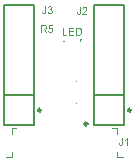
<source format=gto>
G04*
G04 #@! TF.GenerationSoftware,Altium Limited,Altium Designer,18.0.12 (696)*
G04*
G04 Layer_Color=65535*
%FSLAX25Y25*%
%MOIN*%
G70*
G01*
G75*
%ADD10C,0.00984*%
%ADD11C,0.00394*%
%ADD12C,0.00787*%
G36*
X29293Y49352D02*
X29611Y49044D01*
X29475D01*
X29100Y49418D01*
Y49044D01*
X29000D01*
Y49800D01*
X29100D01*
Y49538D01*
X29223Y49419D01*
X29492Y49800D01*
X29625D01*
X29293Y49352D01*
D02*
G37*
G36*
X24105Y49000D02*
X23992D01*
X23905Y49229D01*
X23587D01*
X23506Y49000D01*
X23400D01*
X23689Y49755D01*
X23798D01*
X24105Y49000D01*
D02*
G37*
G36*
X20025Y54223D02*
X19003D01*
X18863Y53533D01*
X18867Y53537D01*
X18874Y53540D01*
X18886Y53548D01*
X18902Y53560D01*
X18925Y53572D01*
X18948Y53583D01*
X19011Y53615D01*
X19081Y53646D01*
X19163Y53669D01*
X19253Y53689D01*
X19346Y53697D01*
X19377D01*
X19401Y53693D01*
X19432Y53689D01*
X19463Y53685D01*
X19502Y53677D01*
X19541Y53669D01*
X19631Y53638D01*
X19678Y53622D01*
X19725Y53599D01*
X19775Y53572D01*
X19822Y53540D01*
X19869Y53505D01*
X19912Y53462D01*
X19916Y53459D01*
X19923Y53451D01*
X19935Y53439D01*
X19947Y53420D01*
X19966Y53396D01*
X19986Y53369D01*
X20005Y53338D01*
X20029Y53303D01*
X20052Y53260D01*
X20072Y53217D01*
X20091Y53166D01*
X20111Y53115D01*
X20122Y53057D01*
X20134Y52998D01*
X20142Y52932D01*
X20146Y52866D01*
Y52862D01*
Y52850D01*
Y52831D01*
X20142Y52807D01*
X20138Y52776D01*
X20134Y52741D01*
X20130Y52702D01*
X20122Y52659D01*
X20095Y52565D01*
X20060Y52468D01*
X20037Y52413D01*
X20009Y52363D01*
X19978Y52312D01*
X19943Y52265D01*
X19939Y52261D01*
X19931Y52254D01*
X19916Y52238D01*
X19896Y52218D01*
X19873Y52195D01*
X19841Y52168D01*
X19806Y52140D01*
X19763Y52113D01*
X19721Y52082D01*
X19670Y52055D01*
X19611Y52027D01*
X19553Y52004D01*
X19487Y51984D01*
X19420Y51969D01*
X19346Y51961D01*
X19268Y51957D01*
X19233D01*
X19210Y51961D01*
X19182Y51965D01*
X19147Y51969D01*
X19108Y51973D01*
X19065Y51981D01*
X18976Y52004D01*
X18882Y52039D01*
X18835Y52062D01*
X18789Y52090D01*
X18742Y52117D01*
X18699Y52152D01*
X18695Y52156D01*
X18691Y52160D01*
X18679Y52172D01*
X18664Y52187D01*
X18648Y52207D01*
X18629Y52230D01*
X18609Y52257D01*
X18586Y52289D01*
X18543Y52363D01*
X18500Y52452D01*
X18469Y52554D01*
X18457Y52612D01*
X18449Y52671D01*
X18781Y52694D01*
Y52690D01*
Y52683D01*
X18785Y52671D01*
X18789Y52655D01*
X18800Y52612D01*
X18816Y52558D01*
X18835Y52499D01*
X18867Y52441D01*
X18902Y52382D01*
X18948Y52332D01*
X18956Y52328D01*
X18972Y52312D01*
X18999Y52296D01*
X19038Y52273D01*
X19085Y52254D01*
X19139Y52234D01*
X19202Y52218D01*
X19268Y52214D01*
X19292D01*
X19307Y52218D01*
X19350Y52222D01*
X19405Y52234D01*
X19463Y52257D01*
X19530Y52285D01*
X19592Y52328D01*
X19623Y52351D01*
X19654Y52382D01*
Y52386D01*
X19662Y52390D01*
X19678Y52413D01*
X19705Y52452D01*
X19732Y52503D01*
X19760Y52569D01*
X19787Y52647D01*
X19803Y52737D01*
X19810Y52838D01*
Y52842D01*
Y52850D01*
Y52866D01*
X19806Y52881D01*
Y52905D01*
X19803Y52932D01*
X19791Y52995D01*
X19775Y53061D01*
X19748Y53131D01*
X19709Y53201D01*
X19658Y53264D01*
X19650Y53271D01*
X19631Y53287D01*
X19600Y53314D01*
X19553Y53342D01*
X19498Y53369D01*
X19428Y53396D01*
X19350Y53412D01*
X19264Y53420D01*
X19237D01*
X19210Y53416D01*
X19171Y53412D01*
X19128Y53400D01*
X19081Y53388D01*
X19034Y53369D01*
X18987Y53346D01*
X18983Y53342D01*
X18968Y53334D01*
X18945Y53318D01*
X18917Y53299D01*
X18890Y53271D01*
X18859Y53240D01*
X18827Y53205D01*
X18800Y53166D01*
X18504Y53209D01*
X18753Y54523D01*
X20025D01*
Y54223D01*
D02*
G37*
G36*
X17221Y54558D02*
X17252D01*
X17330Y54554D01*
X17412Y54547D01*
X17498Y54531D01*
X17580Y54515D01*
X17618Y54504D01*
X17654Y54492D01*
X17658D01*
X17661Y54488D01*
X17685Y54480D01*
X17716Y54461D01*
X17755Y54434D01*
X17802Y54402D01*
X17849Y54360D01*
X17895Y54309D01*
X17938Y54246D01*
X17942Y54239D01*
X17954Y54215D01*
X17973Y54180D01*
X17993Y54133D01*
X18012Y54075D01*
X18032Y54009D01*
X18044Y53938D01*
X18047Y53860D01*
Y53856D01*
Y53849D01*
Y53833D01*
X18044Y53813D01*
Y53790D01*
X18040Y53763D01*
X18024Y53700D01*
X18005Y53626D01*
X17973Y53552D01*
X17927Y53474D01*
X17899Y53435D01*
X17868Y53400D01*
X17860Y53392D01*
X17849Y53385D01*
X17837Y53369D01*
X17817Y53357D01*
X17794Y53338D01*
X17767Y53322D01*
X17736Y53303D01*
X17700Y53283D01*
X17658Y53264D01*
X17615Y53244D01*
X17564Y53225D01*
X17513Y53205D01*
X17455Y53189D01*
X17392Y53178D01*
X17326Y53166D01*
X17334Y53162D01*
X17349Y53154D01*
X17373Y53143D01*
X17400Y53127D01*
X17466Y53084D01*
X17502Y53061D01*
X17529Y53037D01*
X17537Y53030D01*
X17556Y53014D01*
X17583Y52983D01*
X17618Y52944D01*
X17661Y52893D01*
X17708Y52835D01*
X17759Y52768D01*
X17810Y52694D01*
X18254Y52000D01*
X17829D01*
X17490Y52530D01*
Y52534D01*
X17482Y52542D01*
X17474Y52554D01*
X17466Y52569D01*
X17439Y52608D01*
X17404Y52659D01*
X17365Y52718D01*
X17322Y52776D01*
X17283Y52831D01*
X17244Y52881D01*
X17240Y52885D01*
X17229Y52901D01*
X17209Y52924D01*
X17189Y52952D01*
X17131Y53006D01*
X17104Y53034D01*
X17073Y53053D01*
X17069Y53057D01*
X17061Y53061D01*
X17045Y53069D01*
X17026Y53080D01*
X16979Y53104D01*
X16920Y53123D01*
X16917D01*
X16909Y53127D01*
X16893D01*
X16874Y53131D01*
X16846Y53135D01*
X16815D01*
X16776Y53139D01*
X16339D01*
Y52000D01*
X16000D01*
Y54562D01*
X17189D01*
X17221Y54558D01*
D02*
G37*
G36*
X19125Y60870D02*
X19176Y60862D01*
X19234Y60851D01*
X19301Y60835D01*
X19367Y60812D01*
X19433Y60780D01*
X19437D01*
X19441Y60777D01*
X19465Y60765D01*
X19496Y60745D01*
X19535Y60718D01*
X19578Y60683D01*
X19624Y60640D01*
X19667Y60589D01*
X19706Y60535D01*
X19710Y60527D01*
X19722Y60507D01*
X19738Y60476D01*
X19753Y60437D01*
X19769Y60387D01*
X19784Y60332D01*
X19796Y60273D01*
X19800Y60207D01*
Y60199D01*
Y60180D01*
X19796Y60149D01*
X19788Y60110D01*
X19777Y60063D01*
X19761Y60012D01*
X19741Y59957D01*
X19710Y59907D01*
X19706Y59899D01*
X19695Y59883D01*
X19671Y59860D01*
X19644Y59829D01*
X19605Y59794D01*
X19562Y59759D01*
X19508Y59720D01*
X19445Y59688D01*
X19449D01*
X19457Y59684D01*
X19468D01*
X19484Y59677D01*
X19523Y59665D01*
X19574Y59642D01*
X19628Y59614D01*
X19687Y59575D01*
X19745Y59528D01*
X19796Y59470D01*
X19800Y59462D01*
X19816Y59439D01*
X19835Y59404D01*
X19862Y59357D01*
X19886Y59298D01*
X19905Y59228D01*
X19921Y59146D01*
X19925Y59057D01*
Y59053D01*
Y59041D01*
Y59025D01*
X19921Y59002D01*
X19917Y58971D01*
X19913Y58940D01*
X19905Y58901D01*
X19894Y58862D01*
X19866Y58772D01*
X19847Y58721D01*
X19819Y58674D01*
X19792Y58628D01*
X19761Y58581D01*
X19722Y58534D01*
X19679Y58487D01*
X19675Y58483D01*
X19667Y58476D01*
X19656Y58468D01*
X19636Y58452D01*
X19613Y58433D01*
X19582Y58413D01*
X19546Y58394D01*
X19511Y58374D01*
X19468Y58351D01*
X19422Y58331D01*
X19371Y58312D01*
X19316Y58292D01*
X19258Y58277D01*
X19196Y58269D01*
X19129Y58261D01*
X19063Y58257D01*
X19032D01*
X19008Y58261D01*
X18977Y58265D01*
X18946Y58269D01*
X18907Y58273D01*
X18868Y58280D01*
X18778Y58304D01*
X18685Y58343D01*
X18638Y58362D01*
X18595Y58390D01*
X18548Y58421D01*
X18505Y58456D01*
X18501Y58460D01*
X18497Y58464D01*
X18486Y58476D01*
X18470Y58491D01*
X18454Y58514D01*
X18435Y58538D01*
X18412Y58565D01*
X18392Y58596D01*
X18345Y58674D01*
X18306Y58764D01*
X18271Y58865D01*
X18259Y58920D01*
X18252Y58979D01*
X18568Y59022D01*
Y59018D01*
X18572Y59010D01*
Y58994D01*
X18579Y58979D01*
X18591Y58932D01*
X18610Y58873D01*
X18634Y58811D01*
X18665Y58745D01*
X18704Y58686D01*
X18747Y58635D01*
X18755Y58631D01*
X18770Y58616D01*
X18798Y58600D01*
X18837Y58577D01*
X18880Y58557D01*
X18934Y58538D01*
X18997Y58522D01*
X19063Y58518D01*
X19086D01*
X19102Y58522D01*
X19141Y58526D01*
X19192Y58538D01*
X19254Y58557D01*
X19316Y58581D01*
X19379Y58620D01*
X19437Y58671D01*
X19445Y58678D01*
X19461Y58698D01*
X19484Y58729D01*
X19515Y58776D01*
X19543Y58830D01*
X19566Y58897D01*
X19582Y58971D01*
X19589Y59053D01*
Y59057D01*
Y59061D01*
Y59072D01*
X19586Y59088D01*
X19582Y59127D01*
X19570Y59178D01*
X19554Y59232D01*
X19527Y59294D01*
X19492Y59353D01*
X19445Y59408D01*
X19437Y59415D01*
X19422Y59431D01*
X19390Y59451D01*
X19348Y59478D01*
X19297Y59505D01*
X19234Y59525D01*
X19168Y59540D01*
X19090Y59548D01*
X19055D01*
X19028Y59544D01*
X18997Y59540D01*
X18958Y59536D01*
X18915Y59528D01*
X18868Y59517D01*
X18903Y59794D01*
X18923D01*
X18938Y59790D01*
X18989D01*
X19024Y59794D01*
X19075Y59802D01*
X19129Y59813D01*
X19188Y59833D01*
X19250Y59856D01*
X19312Y59891D01*
X19320Y59895D01*
X19340Y59911D01*
X19363Y59938D01*
X19394Y59973D01*
X19426Y60016D01*
X19449Y60071D01*
X19468Y60137D01*
X19476Y60215D01*
Y60219D01*
Y60223D01*
Y60242D01*
X19468Y60273D01*
X19461Y60316D01*
X19449Y60359D01*
X19426Y60406D01*
X19398Y60457D01*
X19359Y60500D01*
X19355Y60504D01*
X19340Y60519D01*
X19312Y60539D01*
X19277Y60558D01*
X19234Y60581D01*
X19184Y60597D01*
X19125Y60613D01*
X19059Y60617D01*
X19028D01*
X18993Y60609D01*
X18954Y60601D01*
X18903Y60589D01*
X18852Y60566D01*
X18802Y60539D01*
X18751Y60500D01*
X18747Y60496D01*
X18731Y60480D01*
X18712Y60453D01*
X18688Y60414D01*
X18661Y60367D01*
X18638Y60308D01*
X18614Y60238D01*
X18599Y60156D01*
X18283Y60211D01*
Y60215D01*
X18287Y60227D01*
X18291Y60242D01*
X18295Y60262D01*
X18302Y60289D01*
X18310Y60320D01*
X18338Y60390D01*
X18369Y60468D01*
X18416Y60550D01*
X18470Y60628D01*
X18540Y60698D01*
X18544Y60702D01*
X18548Y60706D01*
X18560Y60714D01*
X18579Y60726D01*
X18599Y60738D01*
X18622Y60753D01*
X18681Y60788D01*
X18755Y60819D01*
X18845Y60847D01*
X18942Y60866D01*
X18997Y60874D01*
X19086D01*
X19125Y60870D01*
D02*
G37*
G36*
X17823Y59115D02*
Y59111D01*
Y59100D01*
Y59084D01*
Y59061D01*
X17819Y59033D01*
Y59002D01*
X17815Y58932D01*
X17803Y58850D01*
X17792Y58768D01*
X17772Y58686D01*
X17745Y58616D01*
X17741Y58608D01*
X17729Y58589D01*
X17710Y58557D01*
X17686Y58518D01*
X17651Y58472D01*
X17608Y58429D01*
X17554Y58386D01*
X17495Y58347D01*
X17487Y58343D01*
X17464Y58331D01*
X17429Y58319D01*
X17382Y58304D01*
X17323Y58284D01*
X17257Y58273D01*
X17179Y58261D01*
X17097Y58257D01*
X17066D01*
X17043Y58261D01*
X17015Y58265D01*
X16980Y58269D01*
X16906Y58280D01*
X16824Y58304D01*
X16738Y58339D01*
X16696Y58359D01*
X16657Y58386D01*
X16618Y58413D01*
X16582Y58448D01*
Y58452D01*
X16575Y58456D01*
X16567Y58468D01*
X16555Y58483D01*
X16540Y58507D01*
X16528Y58530D01*
X16508Y58561D01*
X16493Y58592D01*
X16477Y58631D01*
X16462Y58674D01*
X16446Y58721D01*
X16434Y58776D01*
X16423Y58830D01*
X16415Y58893D01*
X16411Y58955D01*
Y59025D01*
X16715Y59068D01*
Y59064D01*
Y59057D01*
Y59041D01*
X16719Y59022D01*
Y58998D01*
X16723Y58971D01*
X16735Y58908D01*
X16746Y58838D01*
X16766Y58772D01*
X16793Y58713D01*
X16809Y58686D01*
X16824Y58663D01*
X16828Y58659D01*
X16844Y58647D01*
X16863Y58628D01*
X16894Y58612D01*
X16933Y58592D01*
X16980Y58573D01*
X17035Y58561D01*
X17097Y58557D01*
X17121D01*
X17144Y58561D01*
X17171Y58565D01*
X17207Y58573D01*
X17245Y58581D01*
X17281Y58596D01*
X17316Y58616D01*
X17320Y58620D01*
X17331Y58628D01*
X17347Y58639D01*
X17366Y58659D01*
X17390Y58678D01*
X17409Y58706D01*
X17429Y58737D01*
X17444Y58772D01*
Y58776D01*
X17452Y58791D01*
X17456Y58815D01*
X17464Y58850D01*
X17472Y58897D01*
X17476Y58951D01*
X17483Y59018D01*
Y59096D01*
Y60862D01*
X17823D01*
Y59115D01*
D02*
G37*
G36*
X29420Y58915D02*
Y58911D01*
Y58899D01*
Y58884D01*
Y58860D01*
X29416Y58833D01*
Y58802D01*
X29412Y58732D01*
X29400Y58650D01*
X29388Y58568D01*
X29369Y58486D01*
X29342Y58416D01*
X29338Y58408D01*
X29326Y58389D01*
X29307Y58357D01*
X29283Y58318D01*
X29248Y58272D01*
X29205Y58229D01*
X29151Y58186D01*
X29092Y58147D01*
X29084Y58143D01*
X29061Y58131D01*
X29026Y58119D01*
X28979Y58104D01*
X28920Y58084D01*
X28854Y58073D01*
X28776Y58061D01*
X28694Y58057D01*
X28663D01*
X28640Y58061D01*
X28612Y58065D01*
X28577Y58069D01*
X28503Y58081D01*
X28421Y58104D01*
X28335Y58139D01*
X28293Y58158D01*
X28253Y58186D01*
X28214Y58213D01*
X28179Y58248D01*
Y58252D01*
X28172Y58256D01*
X28164Y58268D01*
X28152Y58283D01*
X28137Y58307D01*
X28125Y58330D01*
X28105Y58361D01*
X28090Y58393D01*
X28074Y58432D01*
X28058Y58474D01*
X28043Y58521D01*
X28031Y58576D01*
X28019Y58630D01*
X28012Y58693D01*
X28008Y58755D01*
Y58825D01*
X28312Y58868D01*
Y58864D01*
Y58857D01*
Y58841D01*
X28316Y58821D01*
Y58798D01*
X28320Y58771D01*
X28332Y58708D01*
X28343Y58638D01*
X28363Y58572D01*
X28390Y58513D01*
X28406Y58486D01*
X28421Y58463D01*
X28425Y58459D01*
X28441Y58447D01*
X28460Y58428D01*
X28491Y58412D01*
X28530Y58393D01*
X28577Y58373D01*
X28632Y58361D01*
X28694Y58357D01*
X28718D01*
X28741Y58361D01*
X28768Y58365D01*
X28803Y58373D01*
X28842Y58381D01*
X28877Y58396D01*
X28913Y58416D01*
X28916Y58420D01*
X28928Y58428D01*
X28944Y58439D01*
X28963Y58459D01*
X28987Y58478D01*
X29006Y58506D01*
X29026Y58537D01*
X29041Y58572D01*
Y58576D01*
X29049Y58591D01*
X29053Y58615D01*
X29061Y58650D01*
X29069Y58697D01*
X29072Y58751D01*
X29080Y58818D01*
Y58896D01*
Y60662D01*
X29420D01*
Y58915D01*
D02*
G37*
G36*
X30753Y60670D02*
X30785Y60666D01*
X30820Y60662D01*
X30859Y60658D01*
X30902Y60647D01*
X30995Y60623D01*
X31093Y60588D01*
X31143Y60565D01*
X31190Y60537D01*
X31233Y60502D01*
X31276Y60467D01*
X31280Y60463D01*
X31284Y60460D01*
X31295Y60448D01*
X31311Y60432D01*
X31327Y60409D01*
X31346Y60385D01*
X31385Y60327D01*
X31424Y60253D01*
X31459Y60167D01*
X31487Y60070D01*
X31490Y60015D01*
X31494Y59960D01*
Y59952D01*
Y59933D01*
X31490Y59902D01*
X31487Y59863D01*
X31479Y59816D01*
X31467Y59765D01*
X31451Y59711D01*
X31428Y59656D01*
X31424Y59648D01*
X31416Y59629D01*
X31401Y59601D01*
X31377Y59562D01*
X31350Y59516D01*
X31315Y59461D01*
X31268Y59407D01*
X31218Y59344D01*
X31210Y59336D01*
X31190Y59313D01*
X31155Y59278D01*
X31132Y59254D01*
X31104Y59227D01*
X31073Y59196D01*
X31034Y59161D01*
X30995Y59126D01*
X30952Y59083D01*
X30906Y59040D01*
X30851Y58993D01*
X30796Y58946D01*
X30734Y58892D01*
X30730Y58888D01*
X30722Y58880D01*
X30707Y58868D01*
X30687Y58853D01*
X30640Y58814D01*
X30582Y58763D01*
X30523Y58708D01*
X30461Y58654D01*
X30410Y58607D01*
X30391Y58587D01*
X30371Y58568D01*
X30367Y58564D01*
X30360Y58552D01*
X30344Y58537D01*
X30324Y58513D01*
X30281Y58463D01*
X30239Y58400D01*
X31498D01*
Y58100D01*
X29802D01*
Y58104D01*
Y58119D01*
Y58143D01*
X29806Y58170D01*
X29810Y58201D01*
X29814Y58236D01*
X29825Y58276D01*
X29837Y58315D01*
Y58318D01*
X29841Y58322D01*
X29849Y58346D01*
X29864Y58377D01*
X29888Y58424D01*
X29915Y58474D01*
X29954Y58533D01*
X29993Y58591D01*
X30044Y58654D01*
Y58658D01*
X30051Y58662D01*
X30071Y58685D01*
X30102Y58720D01*
X30149Y58767D01*
X30207Y58821D01*
X30278Y58888D01*
X30363Y58962D01*
X30457Y59044D01*
X30461Y59048D01*
X30476Y59059D01*
X30496Y59075D01*
X30523Y59102D01*
X30558Y59130D01*
X30597Y59165D01*
X30683Y59239D01*
X30777Y59329D01*
X30870Y59418D01*
X30917Y59461D01*
X30956Y59504D01*
X30991Y59547D01*
X31023Y59586D01*
Y59590D01*
X31030Y59594D01*
X31038Y59605D01*
X31046Y59621D01*
X31069Y59660D01*
X31097Y59711D01*
X31124Y59769D01*
X31147Y59832D01*
X31163Y59902D01*
X31171Y59968D01*
Y59972D01*
Y59976D01*
X31167Y59999D01*
X31163Y60034D01*
X31155Y60077D01*
X31136Y60128D01*
X31112Y60179D01*
X31081Y60233D01*
X31034Y60284D01*
X31026Y60288D01*
X31011Y60303D01*
X30980Y60323D01*
X30941Y60350D01*
X30890Y60374D01*
X30831Y60393D01*
X30761Y60409D01*
X30683Y60413D01*
X30660D01*
X30644Y60409D01*
X30605Y60405D01*
X30555Y60397D01*
X30496Y60378D01*
X30434Y60354D01*
X30375Y60319D01*
X30321Y60272D01*
X30317Y60264D01*
X30301Y60249D01*
X30278Y60218D01*
X30254Y60175D01*
X30227Y60120D01*
X30207Y60058D01*
X30192Y59984D01*
X30184Y59898D01*
X29860Y59933D01*
Y59937D01*
Y59949D01*
X29864Y59968D01*
X29868Y59992D01*
X29876Y60023D01*
X29880Y60058D01*
X29903Y60136D01*
X29934Y60225D01*
X29977Y60315D01*
X30036Y60405D01*
X30067Y60444D01*
X30106Y60483D01*
X30110Y60487D01*
X30118Y60491D01*
X30129Y60502D01*
X30145Y60514D01*
X30168Y60526D01*
X30196Y60545D01*
X30227Y60561D01*
X30262Y60580D01*
X30301Y60596D01*
X30344Y60615D01*
X30395Y60631D01*
X30445Y60643D01*
X30562Y60666D01*
X30625Y60670D01*
X30691Y60674D01*
X30726D01*
X30753Y60670D01*
D02*
G37*
G36*
X43420Y15215D02*
Y15211D01*
Y15200D01*
Y15184D01*
Y15160D01*
X43416Y15133D01*
Y15102D01*
X43412Y15032D01*
X43400Y14950D01*
X43388Y14868D01*
X43369Y14786D01*
X43342Y14716D01*
X43338Y14708D01*
X43326Y14689D01*
X43306Y14657D01*
X43283Y14618D01*
X43248Y14572D01*
X43205Y14529D01*
X43150Y14486D01*
X43092Y14447D01*
X43084Y14443D01*
X43061Y14431D01*
X43026Y14420D01*
X42979Y14404D01*
X42920Y14384D01*
X42854Y14373D01*
X42776Y14361D01*
X42694Y14357D01*
X42663D01*
X42640Y14361D01*
X42612Y14365D01*
X42577Y14369D01*
X42503Y14380D01*
X42421Y14404D01*
X42335Y14439D01*
X42292Y14458D01*
X42254Y14486D01*
X42215Y14513D01*
X42179Y14548D01*
Y14552D01*
X42172Y14556D01*
X42164Y14568D01*
X42152Y14583D01*
X42136Y14607D01*
X42125Y14630D01*
X42105Y14661D01*
X42090Y14693D01*
X42074Y14731D01*
X42059Y14774D01*
X42043Y14821D01*
X42031Y14876D01*
X42020Y14930D01*
X42012Y14993D01*
X42008Y15055D01*
Y15125D01*
X42312Y15168D01*
Y15164D01*
Y15157D01*
Y15141D01*
X42316Y15122D01*
Y15098D01*
X42320Y15071D01*
X42331Y15008D01*
X42343Y14938D01*
X42363Y14872D01*
X42390Y14813D01*
X42406Y14786D01*
X42421Y14763D01*
X42425Y14759D01*
X42441Y14747D01*
X42460Y14728D01*
X42491Y14712D01*
X42530Y14693D01*
X42577Y14673D01*
X42632Y14661D01*
X42694Y14657D01*
X42718D01*
X42741Y14661D01*
X42768Y14665D01*
X42803Y14673D01*
X42842Y14681D01*
X42878Y14696D01*
X42913Y14716D01*
X42917Y14720D01*
X42928Y14728D01*
X42944Y14739D01*
X42963Y14759D01*
X42987Y14778D01*
X43006Y14806D01*
X43026Y14837D01*
X43041Y14872D01*
Y14876D01*
X43049Y14891D01*
X43053Y14915D01*
X43061Y14950D01*
X43069Y14997D01*
X43073Y15051D01*
X43080Y15118D01*
Y15196D01*
Y16962D01*
X43420D01*
Y15215D01*
D02*
G37*
G36*
X45030Y14400D02*
X44714D01*
Y16405D01*
X44710Y16401D01*
X44695Y16385D01*
X44668Y16366D01*
X44633Y16338D01*
X44590Y16303D01*
X44539Y16268D01*
X44480Y16225D01*
X44414Y16186D01*
X44410D01*
X44406Y16182D01*
X44383Y16167D01*
X44348Y16147D01*
X44305Y16124D01*
X44254Y16096D01*
X44200Y16073D01*
X44141Y16046D01*
X44087Y16022D01*
Y16330D01*
X44090D01*
X44098Y16334D01*
X44114Y16342D01*
X44129Y16354D01*
X44153Y16366D01*
X44180Y16377D01*
X44243Y16412D01*
X44313Y16455D01*
X44391Y16506D01*
X44469Y16565D01*
X44543Y16627D01*
X44547Y16631D01*
X44551Y16635D01*
X44574Y16658D01*
X44609Y16693D01*
X44652Y16736D01*
X44699Y16791D01*
X44746Y16849D01*
X44789Y16912D01*
X44824Y16974D01*
X45030D01*
Y14400D01*
D02*
G37*
G36*
X28640Y53658D02*
X28711Y53654D01*
X28789Y53647D01*
X28863Y53635D01*
X28925Y53623D01*
X28929D01*
X28937Y53619D01*
X28945D01*
X28960Y53612D01*
X29003Y53600D01*
X29054Y53580D01*
X29112Y53557D01*
X29175Y53526D01*
X29237Y53487D01*
X29300Y53440D01*
X29304D01*
X29307Y53432D01*
X29335Y53409D01*
X29370Y53370D01*
X29413Y53319D01*
X29463Y53257D01*
X29514Y53183D01*
X29561Y53097D01*
X29604Y52999D01*
Y52995D01*
X29608Y52988D01*
X29612Y52972D01*
X29619Y52952D01*
X29627Y52929D01*
X29635Y52898D01*
X29647Y52863D01*
X29654Y52824D01*
X29662Y52781D01*
X29674Y52734D01*
X29690Y52633D01*
X29701Y52520D01*
X29705Y52395D01*
Y52391D01*
Y52383D01*
Y52368D01*
Y52344D01*
X29701Y52321D01*
Y52289D01*
X29697Y52219D01*
X29690Y52141D01*
X29674Y52052D01*
X29658Y51962D01*
X29635Y51876D01*
Y51872D01*
X29631Y51864D01*
X29627Y51853D01*
X29623Y51837D01*
X29608Y51798D01*
X29588Y51744D01*
X29565Y51685D01*
X29534Y51623D01*
X29498Y51560D01*
X29460Y51502D01*
X29456Y51494D01*
X29440Y51478D01*
X29421Y51451D01*
X29389Y51416D01*
X29358Y51381D01*
X29315Y51342D01*
X29272Y51303D01*
X29226Y51268D01*
X29222Y51264D01*
X29202Y51256D01*
X29175Y51240D01*
X29140Y51221D01*
X29097Y51201D01*
X29046Y51182D01*
X28988Y51162D01*
X28921Y51143D01*
X28914D01*
X28890Y51135D01*
X28855Y51131D01*
X28804Y51123D01*
X28746Y51116D01*
X28676Y51108D01*
X28598Y51104D01*
X28512Y51100D01*
X27591D01*
Y53662D01*
X28574D01*
X28640Y53658D01*
D02*
G37*
G36*
X27065Y53362D02*
X25552D01*
Y52574D01*
X26967D01*
Y52274D01*
X25552D01*
Y51400D01*
X27123D01*
Y51100D01*
X25212D01*
Y53662D01*
X27065D01*
Y53362D01*
D02*
G37*
G36*
X23539Y51400D02*
X24799D01*
Y51100D01*
X23200D01*
Y53662D01*
X23539D01*
Y51400D01*
D02*
G37*
%LPC*%
G36*
X23740Y49677D02*
Y49676D01*
X23739Y49674D01*
Y49670D01*
X23738Y49665D01*
X23736Y49658D01*
X23733Y49650D01*
X23729Y49631D01*
X23723Y49608D01*
X23716Y49584D01*
X23708Y49558D01*
X23699Y49531D01*
X23616Y49310D01*
X23873D01*
X23795Y49519D01*
Y49520D01*
X23793Y49523D01*
X23791Y49528D01*
X23789Y49535D01*
X23785Y49543D01*
X23782Y49552D01*
X23775Y49574D01*
X23766Y49599D01*
X23756Y49626D01*
X23748Y49652D01*
X23740Y49677D01*
D02*
G37*
G36*
X17147Y54278D02*
X16339D01*
Y53431D01*
X17104D01*
X17147Y53435D01*
X17197Y53439D01*
X17256Y53443D01*
X17318Y53451D01*
X17377Y53462D01*
X17427Y53478D01*
X17435Y53482D01*
X17451Y53486D01*
X17474Y53498D01*
X17502Y53513D01*
X17533Y53537D01*
X17568Y53564D01*
X17599Y53595D01*
X17626Y53630D01*
X17630Y53634D01*
X17638Y53650D01*
X17650Y53669D01*
X17661Y53700D01*
X17673Y53732D01*
X17685Y53771D01*
X17693Y53813D01*
X17696Y53860D01*
Y53864D01*
Y53868D01*
Y53891D01*
X17689Y53923D01*
X17681Y53966D01*
X17665Y54012D01*
X17642Y54063D01*
X17607Y54114D01*
X17564Y54161D01*
X17556Y54164D01*
X17540Y54180D01*
X17505Y54200D01*
X17462Y54219D01*
X17404Y54242D01*
X17334Y54258D01*
X17248Y54274D01*
X17147Y54278D01*
D02*
G37*
G36*
X28465Y53362D02*
X27931D01*
Y51400D01*
X28516D01*
X28559Y51404D01*
X28617Y51408D01*
X28679Y51412D01*
X28746Y51420D01*
X28808Y51432D01*
X28867Y51447D01*
X28874Y51451D01*
X28890Y51455D01*
X28917Y51467D01*
X28949Y51482D01*
X28988Y51502D01*
X29027Y51521D01*
X29062Y51548D01*
X29097Y51580D01*
X29101Y51584D01*
X29116Y51603D01*
X29140Y51630D01*
X29167Y51666D01*
X29194Y51712D01*
X29226Y51767D01*
X29257Y51833D01*
X29284Y51903D01*
Y51907D01*
X29288Y51911D01*
X29292Y51923D01*
X29296Y51938D01*
X29300Y51958D01*
X29307Y51981D01*
X29319Y52040D01*
X29331Y52114D01*
X29342Y52200D01*
X29350Y52293D01*
X29354Y52399D01*
Y52403D01*
Y52418D01*
Y52438D01*
Y52465D01*
X29350Y52500D01*
X29346Y52539D01*
X29342Y52582D01*
X29339Y52625D01*
X29323Y52726D01*
X29300Y52828D01*
X29265Y52925D01*
X29245Y52972D01*
X29222Y53015D01*
Y53019D01*
X29214Y53023D01*
X29210Y53034D01*
X29198Y53050D01*
X29171Y53089D01*
X29132Y53132D01*
X29085Y53183D01*
X29030Y53229D01*
X28968Y53272D01*
X28902Y53307D01*
X28894Y53311D01*
X28874Y53315D01*
X28843Y53323D01*
X28796Y53335D01*
X28734Y53346D01*
X28660Y53354D01*
X28570Y53358D01*
X28465Y53362D01*
D02*
G37*
%LPD*%
D10*
X45994Y26232D02*
G03*
X45994Y26232I-492J0D01*
G01*
X15994D02*
G03*
X15994Y26232I-492J0D01*
G01*
X31492Y21700D02*
G03*
X31492Y21700I-492J0D01*
G01*
D11*
X27797Y28346D02*
G03*
X27797Y28346I-197J0D01*
G01*
Y35846D02*
G03*
X27797Y35846I-197J0D01*
G01*
X41254Y18266D02*
Y20266D01*
X39753D02*
X41254D01*
X6254D02*
X7754D01*
X6254Y18266D02*
Y20266D01*
X41254Y10766D02*
X43253D01*
X41254D02*
Y12266D01*
X6254Y10766D02*
Y12266D01*
X4253Y10766D02*
X6254D01*
D12*
X33809Y31232D02*
X43809D01*
X33809Y21232D02*
X43809D01*
Y61232D01*
X33809D02*
X43809D01*
X33809Y21232D02*
Y61232D01*
X3809Y21232D02*
Y61232D01*
X13809D01*
Y21232D02*
Y61232D01*
X3809Y21232D02*
X13809D01*
X3809Y31232D02*
X13809D01*
M02*

</source>
